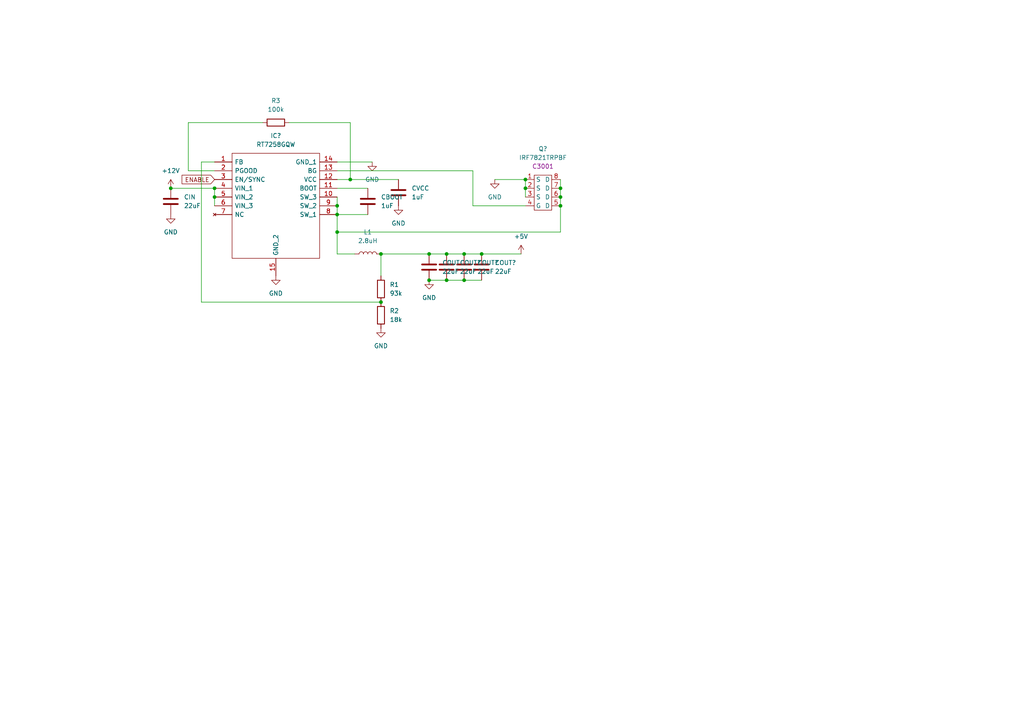
<source format=kicad_sch>
(kicad_sch (version 20211123) (generator eeschema)
  (paper "A4")
  (lib_symbols
    (symbol "01-rickbassham:IRF7821TRPBF"
      (property "Reference" "U" (at 0 0 0))
      (property "Value" "IRF7821TRPBF" (at 0 0 0))
      (property "LCSC" "C3001" (at 0 0 0))
      (symbol "IRF7821TRPBF_0_1"
        (rectangle (start 0 -5.08) (end 5.08 -15.24))
      )
      (symbol "IRF7821TRPBF_1_1"
        (pin input line (at -2.54 -6.35 0) (length 2.54) (name "S") (number "1"))
        (pin input line (at -2.54 -8.89 0) (length 2.54) (name "S") (number "2"))
        (pin input line (at -2.54 -11.43 0) (length 2.54) (name "S") (number "3"))
        (pin input line (at -2.54 -13.97 0) (length 2.54) (name "G") (number "4"))
        (pin input line (at 7.62 -13.97 180) (length 2.54) (name "D") (number "5"))
        (pin input line (at 7.62 -11.43 180) (length 2.54) (name "D") (number "6"))
        (pin input line (at 7.62 -8.89 180) (length 2.54) (name "D") (number "7"))
        (pin input line (at 7.62 -6.35 180) (length 2.54) (name "D") (number "8"))
      )
    )
    (symbol "01-rickbassham:RT7258GQW" (pin_names (offset 0.762))
      (property "Reference" "IC" (at 31.75 7.62 0))
      (property "Value" "RT7258GQW" (at 31.75 5.08 0))
      (symbol "RT7258GQW_0_0"
        (pin passive line (at 0 0 0) (length 5.08) (name "FB") (number "1"))
        (pin passive line (at 35.56 -10.16 180) (length 5.08) (name "SW_3") (number "10"))
        (pin passive line (at 35.56 -7.62 180) (length 5.08) (name "BOOT") (number "11"))
        (pin passive line (at 35.56 -5.08 180) (length 5.08) (name "VCC") (number "12"))
        (pin passive line (at 35.56 -2.54 180) (length 5.08) (name "BG") (number "13"))
        (pin passive line (at 35.56 0 180) (length 5.08) (name "GND_1") (number "14"))
        (pin passive line (at 17.78 -33.02 90) (length 5.08) (name "GND_2") (number "15"))
        (pin passive line (at 0 -2.54 0) (length 5.08) (name "PGOOD") (number "2"))
        (pin passive line (at 0 -5.08 0) (length 5.08) (name "EN/SYNC") (number "3"))
        (pin passive line (at 0 -7.62 0) (length 5.08) (name "VIN_1") (number "4"))
        (pin passive line (at 0 -10.16 0) (length 5.08) (name "VIN_2") (number "5"))
        (pin passive line (at 0 -12.7 0) (length 5.08) (name "VIN_3") (number "6"))
        (pin no_connect line (at 0 -15.24 0) (length 5.08) (name "NC") (number "7"))
        (pin passive line (at 35.56 -15.24 180) (length 5.08) (name "SW_1") (number "8"))
        (pin passive line (at 35.56 -12.7 180) (length 5.08) (name "SW_2") (number "9"))
      )
      (symbol "RT7258GQW_0_1"
        (polyline (pts (xy 5.08 2.54) (xy 30.48 2.54) (xy 30.48 -27.94) (xy 5.08 -27.94) (xy 5.08 2.54)) (stroke (width 0.1524)))
      )
    )
    (symbol "Device:C" (pin_numbers hide) (pin_names (offset 0.254))
      (property "Reference" "C" (at 0.635 2.54 0))
      (property "Value" "C" (at 0.635 -2.54 0))
      (symbol "C_0_1"
        (polyline (pts (xy -2.032 -0.762) (xy 2.032 -0.762)) (stroke (width 0.508)))
        (polyline (pts (xy -2.032 0.762) (xy 2.032 0.762)) (stroke (width 0.508)))
      )
      (symbol "C_1_1"
        (pin passive line (at 0 3.81 270) (length 2.794) (name "~") (number "1"))
        (pin passive line (at 0 -3.81 90) (length 2.794) (name "~") (number "2"))
      )
    )
    (symbol "Device:L" (pin_numbers hide) (pin_names (offset 1.016) hide)
      (property "Reference" "L" (at -1.27 0 90))
      (property "Value" "L" (at 1.905 0 90))
      (symbol "L_0_1"
        (arc (start 0 -2.54) (mid 0.635 -1.905) (end 0 -1.27))
        (arc (start 0 -1.27) (mid 0.635 -0.635) (end 0 0))
        (arc (start 0 0) (mid 0.635 0.635) (end 0 1.27))
        (arc (start 0 1.27) (mid 0.635 1.905) (end 0 2.54))
      )
      (symbol "L_1_1"
        (pin passive line (at 0 3.81 270) (length 1.27) (name "1") (number "1"))
        (pin passive line (at 0 -3.81 90) (length 1.27) (name "2") (number "2"))
      )
    )
    (symbol "Device:R" (pin_numbers hide) (pin_names (offset 0))
      (property "Reference" "R" (at 2.032 0 90))
      (property "Value" "R" (at 0 0 90))
      (symbol "R_0_1"
        (rectangle (start -1.016 -2.54) (end 1.016 2.54) (stroke (width 0.254)))
      )
      (symbol "R_1_1"
        (pin passive line (at 0 3.81 270) (length 1.27) (name "~") (number "1"))
        (pin passive line (at 0 -3.81 90) (length 1.27) (name "~") (number "2"))
      )
    )
    (symbol "power:+12V" (power) (pin_names (offset 0))
      (property "Value" "+12V" (at 0 3.556 0))
      (symbol "+12V_0_1"
        (polyline (pts (xy -0.762 1.27) (xy 0 2.54)))
        (polyline (pts (xy 0 0) (xy 0 2.54)))
        (polyline (pts (xy 0 2.54) (xy 0.762 1.27)))
      )
      (symbol "+12V_1_1"
        (pin power_in line (at 0 0 90) (length 0) hide (name "+12V") (number "1"))
      )
    )
    (symbol "power:+5V" (power) (pin_names (offset 0))
      (property "Value" "+5V" (at 0 3.556 0))
      (symbol "+5V_0_1"
        (polyline (pts (xy -0.762 1.27) (xy 0 2.54)))
        (polyline (pts (xy 0 0) (xy 0 2.54)))
        (polyline (pts (xy 0 2.54) (xy 0.762 1.27)))
      )
      (symbol "+5V_1_1"
        (pin power_in line (at 0 0 90) (length 0) hide (name "+5V") (number "1"))
      )
    )
    (symbol "power:GND" (power) (pin_names (offset 0))
      (property "Value" "GND" (at 0 -3.81 0))
      (symbol "GND_0_1"
        (polyline (pts (xy 0 0) (xy 0 -1.27) (xy 1.27 -1.27) (xy 0 -2.54) (xy -1.27 -1.27) (xy 0 -1.27)))
      )
      (symbol "GND_1_1"
        (pin power_in line (at 0 0 270) (length 0) hide (name "GND") (number "1"))
      )
    )
  )
  (junction (at 97.79 62.23))
  (junction (at 97.79 59.69))
  (junction (at 97.79 67.31))
  (junction (at 162.56 54.61))
  (junction (at 162.56 59.69))
  (junction (at 110.49 73.66))
  (junction (at 129.54 81.28))
  (junction (at 110.49 87.63))
  (junction (at 162.56 57.15))
  (junction (at 101.6 52.07))
  (junction (at 129.54 73.66))
  (junction (at 62.23 54.61))
  (junction (at 134.62 73.66))
  (junction (at 49.53 54.61))
  (junction (at 139.7 73.66))
  (junction (at 152.4 54.61))
  (junction (at 124.46 81.28))
  (junction (at 152.4 52.07))
  (junction (at 62.23 57.15))
  (junction (at 124.46 73.66))
  (junction (at 134.62 81.28))
  (wire (pts (xy 162.56 57.15) (xy 162.56 59.69)))
  (wire (pts (xy 162.56 67.31) (xy 97.79 67.31)))
  (wire (pts (xy 54.61 49.53) (xy 54.61 35.56)))
  (wire (pts (xy 129.54 73.66) (xy 134.62 73.66)))
  (wire (pts (xy 134.62 81.28) (xy 139.7 81.28)))
  (wire (pts (xy 97.79 54.61) (xy 106.68 54.61)))
  (wire (pts (xy 54.61 35.56) (xy 76.2 35.56)))
  (wire (pts (xy 139.7 73.66) (xy 151.13 73.66)))
  (wire (pts (xy 137.16 59.69) (xy 152.4 59.69)))
  (wire (pts (xy 124.46 81.28) (xy 129.54 81.28)))
  (wire (pts (xy 143.51 52.07) (xy 152.4 52.07)))
  (wire (pts (xy 97.79 46.99) (xy 107.95 46.99)))
  (wire (pts (xy 62.23 46.99) (xy 58.42 46.99)))
  (wire (pts (xy 62.23 57.15) (xy 62.23 59.69)))
  (wire (pts (xy 162.56 52.07) (xy 162.56 54.61)))
  (wire (pts (xy 129.54 81.28) (xy 134.62 81.28)))
  (wire (pts (xy 62.23 49.53) (xy 54.61 49.53)))
  (wire (pts (xy 97.79 49.53) (xy 137.16 49.53)))
  (wire (pts (xy 58.42 46.99) (xy 58.42 87.63)))
  (wire (pts (xy 97.79 57.15) (xy 97.79 59.69)))
  (wire (pts (xy 110.49 73.66) (xy 110.49 80.01)))
  (wire (pts (xy 101.6 35.56) (xy 101.6 52.07)))
  (wire (pts (xy 97.79 59.69) (xy 97.79 62.23)))
  (wire (pts (xy 137.16 49.53) (xy 137.16 59.69)))
  (wire (pts (xy 97.79 62.23) (xy 106.68 62.23)))
  (wire (pts (xy 102.87 73.66) (xy 97.79 73.66)))
  (wire (pts (xy 101.6 52.07) (xy 115.57 52.07)))
  (wire (pts (xy 58.42 87.63) (xy 110.49 87.63)))
  (wire (pts (xy 83.82 35.56) (xy 101.6 35.56)))
  (wire (pts (xy 97.79 67.31) (xy 97.79 62.23)))
  (wire (pts (xy 162.56 54.61) (xy 162.56 57.15)))
  (wire (pts (xy 49.53 54.61) (xy 62.23 54.61)))
  (wire (pts (xy 124.46 73.66) (xy 129.54 73.66)))
  (wire (pts (xy 152.4 52.07) (xy 152.4 54.61)))
  (wire (pts (xy 134.62 73.66) (xy 139.7 73.66)))
  (wire (pts (xy 97.79 52.07) (xy 101.6 52.07)))
  (wire (pts (xy 162.56 59.69) (xy 162.56 67.31)))
  (wire (pts (xy 62.23 54.61) (xy 62.23 57.15)))
  (wire (pts (xy 152.4 54.61) (xy 152.4 57.15)))
  (wire (pts (xy 110.49 73.66) (xy 124.46 73.66)))
  (wire (pts (xy 97.79 73.66) (xy 97.79 67.31)))
  (global_label "ENABLE" (shape input) (at 62.23 52.07 180) (property "Intersheet References" "${INTERSHEET_REFS}" (effects hide)))
  (symbol (lib_id "power:GND") (at 107.95 46.99 0) (unit 1)
    (property "Reference" "#PWR?" (effects hide))
    (property "Value" "GND" (at 107.95 52.07 0))
  )
  (symbol (lib_id "power:GND") (at 115.57 59.69 0) (unit 1)
    (property "Reference" "#PWR?" (effects hide))
    (property "Value" "GND" (at 115.57 64.77 0))
  )
  (symbol (lib_id "Device:C") (at 124.46 77.47 0) (unit 1)
    (property "Reference" "COUT" (at 128.27 76.1999 0) (effects (justify left)))
    (property "Value" "22uF" (at 128.27 78.7399 0) (effects (justify left)))
  )
  (symbol (lib_id "Device:R") (at 110.49 83.82 180) (unit 1)
    (property "Reference" "R1" (at 113.03 82.5499 0) (effects (justify right)))
    (property "Value" "93k" (at 113.03 85.0899 0) (effects (justify right)))
  )
  (symbol (lib_id "power:GND") (at 49.53 62.23 0) (unit 1)
    (property "Reference" "#PWR?" (effects hide))
    (property "Value" "GND" (at 49.53 67.31 0))
  )
  (symbol (lib_id "Device:C") (at 49.53 58.42 0) (unit 1)
    (property "Reference" "CIN" (at 53.34 57.1499 0) (effects (justify left)))
    (property "Value" "22uF" (at 53.34 59.6899 0) (effects (justify left)))
    (property "Footprint" "Capacitor_SMD:C_0603_1608Metric" (effects hide))
  )
  (symbol (lib_id "01-rickbassham:RT7258GQW") (at 62.23 46.99 0) (unit 1)
    (property "Reference" "IC?" (at 80.01 39.37 0))
    (property "Value" "RT7258GQW" (at 80.01 41.91 0))
    (property "Footprint" "01-rickbassham:WDFN-14L_4x3" (effects hide))
    (property "Datasheet" "http://www.farnell.com/datasheets/2045541.pdf" (effects hide))
  )
  (symbol (lib_id "01-rickbassham:IRF7821TRPBF") (at 154.94 45.72 0) (unit 1)
    (property "Reference" "Q?" (at 157.48 43.18 0))
    (property "Value" "IRF7821TRPBF" (at 157.48 45.72 0))
    (property "Footprint" "Package_SO:SOIC-8_3.9x4.9mm_P1.27mm" (effects hide))
    (property "LCSC" "C3001" (at 157.48 48.26 0))
  )
  (symbol (lib_id "Device:R") (at 110.49 91.44 180) (unit 1)
    (property "Reference" "R2" (at 113.03 90.1699 0) (effects (justify right)))
    (property "Value" "18k" (at 113.03 92.7099 0) (effects (justify right)))
  )
  (symbol (lib_id "Device:C") (at 129.54 77.47 0) (unit 1)
    (property "Reference" "COUT?" (at 133.35 76.1999 0) (effects (justify left)))
    (property "Value" "22uF" (at 133.35 78.7399 0) (effects (justify left)))
  )
  (symbol (lib_id "power:GND") (at 80.01 80.01 0) (unit 1)
    (property "Reference" "#PWR?" (effects hide))
    (property "Value" "GND" (at 80.01 85.09 0))
  )
  (symbol (lib_id "power:GND") (at 124.46 81.28 0) (unit 1)
    (property "Reference" "#PWR?" (effects hide))
    (property "Value" "GND" (at 124.46 86.36 0))
  )
  (symbol (lib_id "power:GND") (at 110.49 95.25 0) (unit 1)
    (property "Reference" "#PWR?" (effects hide))
    (property "Value" "GND" (at 110.49 100.33 0))
  )
  (symbol (lib_id "Device:C") (at 134.62 77.47 0) (unit 1)
    (property "Reference" "COUT?" (at 138.43 76.1999 0) (effects (justify left)))
    (property "Value" "22uF" (at 138.43 78.7399 0) (effects (justify left)))
  )
  (symbol (lib_id "Device:R") (at 80.01 35.56 90) (unit 1)
    (property "Reference" "R3" (at 80.01 29.21 90))
    (property "Value" "100k" (at 80.01 31.75 90))
    (property "Footprint" "Resistor_SMD:R_0603_1608Metric" (effects hide))
  )
  (symbol (lib_id "Device:C") (at 115.57 55.88 0) (unit 1)
    (property "Reference" "CVCC" (at 119.38 54.6099 0) (effects (justify left)))
    (property "Value" "1uF" (at 119.38 57.1499 0) (effects (justify left)))
  )
  (symbol (lib_id "power:+12V") (at 49.53 54.61 0) (unit 1)
    (property "Reference" "#PWR?" (effects hide))
    (property "Value" "+12V" (at 49.53 49.53 0))
  )
  (symbol (lib_id "Device:C") (at 139.7 77.47 0) (unit 1)
    (property "Reference" "COUT?" (at 143.51 76.1999 0) (effects (justify left)))
    (property "Value" "22uF" (at 143.51 78.7399 0) (effects (justify left)))
  )
  (symbol (lib_id "power:GND") (at 143.51 52.07 0) (unit 1)
    (property "Reference" "#PWR?" (effects hide))
    (property "Value" "GND" (at 143.51 57.15 0))
  )
  (symbol (lib_id "power:+5V") (at 151.13 73.66 0) (unit 1)
    (property "Reference" "#PWR?" (effects hide))
    (property "Value" "+5V" (at 151.13 68.58 0))
  )
  (symbol (lib_id "Device:L") (at 106.68 73.66 90) (unit 1)
    (property "Reference" "L1" (at 106.68 67.31 90))
    (property "Value" "2.8uH" (at 106.68 69.85 90))
  )
  (symbol (lib_id "Device:C") (at 106.68 58.42 0) (unit 1)
    (property "Reference" "CBOOT" (at 110.49 57.1499 0) (effects (justify left)))
    (property "Value" "1uF" (at 110.49 59.6899 0) (effects (justify left)))
  )
)
</source>
